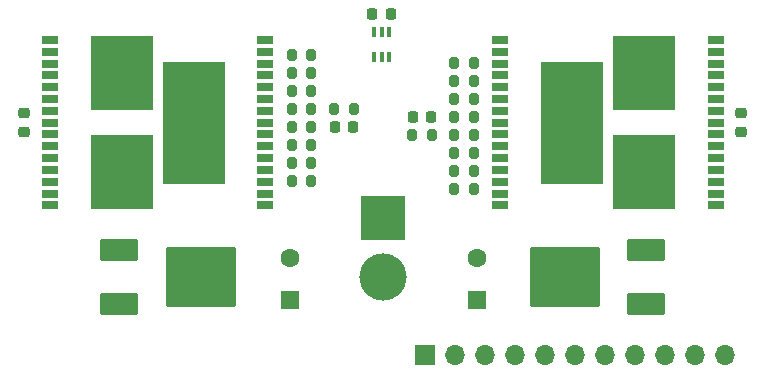
<source format=gbs>
%TF.GenerationSoftware,KiCad,Pcbnew,(6.0.0-0)*%
%TF.CreationDate,2022-03-27T14:29:05+08:00*%
%TF.ProjectId,driver,64726976-6572-42e6-9b69-6361645f7063,rev?*%
%TF.SameCoordinates,Original*%
%TF.FileFunction,Soldermask,Bot*%
%TF.FilePolarity,Negative*%
%FSLAX46Y46*%
G04 Gerber Fmt 4.6, Leading zero omitted, Abs format (unit mm)*
G04 Created by KiCad (PCBNEW (6.0.0-0)) date 2022-03-27 14:29:05*
%MOMM*%
%LPD*%
G01*
G04 APERTURE LIST*
G04 Aperture macros list*
%AMRoundRect*
0 Rectangle with rounded corners*
0 $1 Rounding radius*
0 $2 $3 $4 $5 $6 $7 $8 $9 X,Y pos of 4 corners*
0 Add a 4 corners polygon primitive as box body*
4,1,4,$2,$3,$4,$5,$6,$7,$8,$9,$2,$3,0*
0 Add four circle primitives for the rounded corners*
1,1,$1+$1,$2,$3*
1,1,$1+$1,$4,$5*
1,1,$1+$1,$6,$7*
1,1,$1+$1,$8,$9*
0 Add four rect primitives between the rounded corners*
20,1,$1+$1,$2,$3,$4,$5,0*
20,1,$1+$1,$4,$5,$6,$7,0*
20,1,$1+$1,$6,$7,$8,$9,0*
20,1,$1+$1,$8,$9,$2,$3,0*%
G04 Aperture macros list end*
%ADD10R,1.700000X1.700000*%
%ADD11O,1.700000X1.700000*%
%ADD12R,1.600000X1.600000*%
%ADD13C,1.600000*%
%ADD14R,3.800000X3.800000*%
%ADD15C,4.000000*%
%ADD16RoundRect,0.200000X-0.200000X-0.275000X0.200000X-0.275000X0.200000X0.275000X-0.200000X0.275000X0*%
%ADD17RoundRect,0.200000X0.200000X0.275000X-0.200000X0.275000X-0.200000X-0.275000X0.200000X-0.275000X0*%
%ADD18RoundRect,0.225000X-0.225000X-0.250000X0.225000X-0.250000X0.225000X0.250000X-0.225000X0.250000X0*%
%ADD19R,1.350000X0.660000*%
%ADD20R,5.250000X10.300000*%
%ADD21R,5.250000X6.230000*%
%ADD22RoundRect,0.101600X1.499870X-0.798830X1.499870X0.798830X-1.499870X0.798830X-1.499870X-0.798830X0*%
%ADD23RoundRect,0.101600X2.857500X-2.413000X2.857500X2.413000X-2.857500X2.413000X-2.857500X-2.413000X0*%
%ADD24R,0.450000X0.850000*%
%ADD25RoundRect,0.225000X-0.250000X0.225000X-0.250000X-0.225000X0.250000X-0.225000X0.250000X0.225000X0*%
%ADD26RoundRect,0.101600X-1.499870X0.798830X-1.499870X-0.798830X1.499870X-0.798830X1.499870X0.798830X0*%
%ADD27RoundRect,0.101600X-2.857500X2.413000X-2.857500X-2.413000X2.857500X-2.413000X2.857500X2.413000X0*%
%ADD28RoundRect,0.225000X0.225000X0.250000X-0.225000X0.250000X-0.225000X-0.250000X0.225000X-0.250000X0*%
G04 APERTURE END LIST*
D10*
%TO.C,J2*%
X165030200Y-124200000D03*
D11*
X167570200Y-124200000D03*
X170110200Y-124200000D03*
X172650200Y-124200000D03*
X175190200Y-124200000D03*
X177730200Y-124200000D03*
X180270200Y-124200000D03*
X182810200Y-124200000D03*
X185350200Y-124200000D03*
X187890200Y-124200000D03*
X190430200Y-124200000D03*
%TD*%
D12*
%TO.C,M2CP1*%
X153609418Y-119508651D03*
D13*
X153609418Y-116008651D03*
%TD*%
D12*
%TO.C,M1CP1*%
X169431000Y-119508651D03*
D13*
X169431000Y-116008651D03*
%TD*%
D14*
%TO.C,J1*%
X161497400Y-112562000D03*
D15*
X161497400Y-117562000D03*
%TD*%
D16*
%TO.C,M2R6*%
X153790800Y-101867235D03*
X155440800Y-101867235D03*
%TD*%
D17*
%TO.C,M2R5*%
X155440800Y-100343235D03*
X153790800Y-100343235D03*
%TD*%
D18*
%TO.C,M2C8*%
X157420400Y-104915235D03*
X158970400Y-104915235D03*
%TD*%
D19*
%TO.C,M2U1*%
X151550800Y-97526400D03*
X151550800Y-98526400D03*
X151550800Y-99526400D03*
X151550800Y-100526400D03*
X151550800Y-101526400D03*
X151550800Y-102526400D03*
X151550800Y-103526400D03*
X151550800Y-104526400D03*
X151550800Y-105526400D03*
X151550800Y-106526400D03*
X151550800Y-107526400D03*
X151550800Y-108526400D03*
X151550800Y-109526400D03*
X151550800Y-110526400D03*
X151550800Y-111526400D03*
X133300800Y-111526400D03*
X133300800Y-110526400D03*
X133300800Y-109526400D03*
X133300800Y-108526400D03*
X133300800Y-107526400D03*
X133300800Y-106526400D03*
X133300800Y-105526400D03*
X133300800Y-104526400D03*
X133300800Y-103526400D03*
X133300800Y-102526400D03*
X133300800Y-101526400D03*
X133300800Y-100526400D03*
X133300800Y-99526400D03*
X133300800Y-98526400D03*
X133300800Y-97526400D03*
D20*
X145475800Y-104526400D03*
D21*
X139375800Y-108691400D03*
X139375800Y-100361400D03*
%TD*%
D17*
%TO.C,M2R81*%
X155440800Y-104915235D03*
X153790800Y-104915235D03*
%TD*%
%TO.C,M2R71*%
X155440800Y-103391235D03*
X153790800Y-103391235D03*
%TD*%
D16*
%TO.C,M1R71*%
X167521400Y-105550235D03*
X169171400Y-105550235D03*
%TD*%
%TO.C,M1R81*%
X167521400Y-104026235D03*
X169171400Y-104026235D03*
%TD*%
%TO.C,M1R4*%
X167521400Y-110122235D03*
X169171400Y-110122235D03*
%TD*%
D17*
%TO.C,M1R72*%
X165624400Y-105550235D03*
X163974400Y-105550235D03*
%TD*%
D16*
%TO.C,M2R72*%
X157370400Y-103391235D03*
X159020400Y-103391235D03*
%TD*%
D22*
%TO.C,M2Q1*%
X139160535Y-119875380D03*
X139160535Y-115318620D03*
D23*
X146056635Y-117597000D03*
%TD*%
D24*
%TO.C,U1*%
X162035400Y-98950000D03*
X161385400Y-98950000D03*
X160735400Y-98950000D03*
X160735400Y-96850000D03*
X161385400Y-96850000D03*
X162035400Y-96850000D03*
%TD*%
D19*
%TO.C,M1U1*%
X171445200Y-111526400D03*
X171445200Y-110526400D03*
X171445200Y-109526400D03*
X171445200Y-108526400D03*
X171445200Y-107526400D03*
X171445200Y-106526400D03*
X171445200Y-105526400D03*
X171445200Y-104526400D03*
X171445200Y-103526400D03*
X171445200Y-102526400D03*
X171445200Y-101526400D03*
X171445200Y-100526400D03*
X171445200Y-99526400D03*
X171445200Y-98526400D03*
X171445200Y-97526400D03*
X189695200Y-97526400D03*
X189695200Y-98526400D03*
X189695200Y-99526400D03*
X189695200Y-100526400D03*
X189695200Y-101526400D03*
X189695200Y-102526400D03*
X189695200Y-103526400D03*
X189695200Y-104526400D03*
X189695200Y-105526400D03*
X189695200Y-106526400D03*
X189695200Y-107526400D03*
X189695200Y-108526400D03*
X189695200Y-109526400D03*
X189695200Y-110526400D03*
X189695200Y-111526400D03*
D20*
X177520200Y-104526400D03*
D21*
X183620200Y-100361400D03*
X183620200Y-108691400D03*
%TD*%
D17*
%TO.C,M2R4*%
X155440800Y-98819235D03*
X153790800Y-98819235D03*
%TD*%
%TO.C,M1R6*%
X169171400Y-107074235D03*
X167521400Y-107074235D03*
%TD*%
D25*
%TO.C,M1C3*%
X191844982Y-103741000D03*
X191844982Y-105291000D03*
%TD*%
D18*
%TO.C,MUC1*%
X160610400Y-95360000D03*
X162160400Y-95360000D03*
%TD*%
D16*
%TO.C,M1R10*%
X167521400Y-99454235D03*
X169171400Y-99454235D03*
%TD*%
%TO.C,M1R9*%
X167521400Y-100978235D03*
X169171400Y-100978235D03*
%TD*%
%TO.C,M1R5*%
X167521400Y-108598235D03*
X169171400Y-108598235D03*
%TD*%
D26*
%TO.C,M1Q1*%
X183779847Y-115318620D03*
X183779847Y-119875380D03*
D27*
X176883747Y-117597000D03*
%TD*%
D17*
%TO.C,M1R82*%
X169171400Y-102502235D03*
X167521400Y-102502235D03*
%TD*%
D28*
%TO.C,M1C8*%
X165574400Y-104026235D03*
X164024400Y-104026235D03*
%TD*%
D17*
%TO.C,M2R10*%
X155440800Y-109487235D03*
X153790800Y-109487235D03*
%TD*%
%TO.C,M2R9*%
X155440800Y-107963235D03*
X153790800Y-107963235D03*
%TD*%
D16*
%TO.C,M2R82*%
X153790800Y-106439235D03*
X155440800Y-106439235D03*
%TD*%
D25*
%TO.C,M2C3*%
X131095400Y-103741000D03*
X131095400Y-105291000D03*
%TD*%
M02*

</source>
